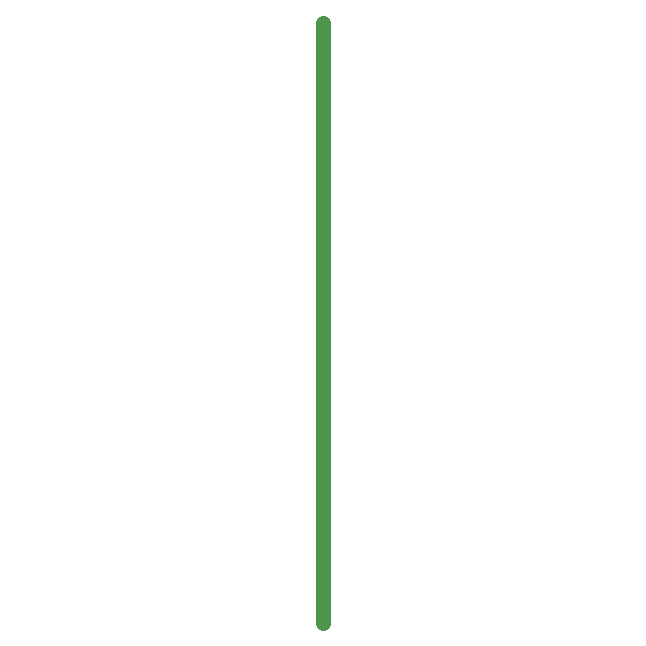
<source format=gbr>
From aa35045840b78d3f48212db45da59a2e5c69b223 Mon Sep 17 00:00:00 2001
From: saurabhb17
Date: Wed, 26 Feb 2020 15:57:49 +0530
Subject: Added main execs

---
 .../test-image-justify-with-offset.gbr                | 19 +++++++++++++++++++
 1 file changed, 19 insertions(+)
 create mode 100644 gerbview/gerber_test_files/test-image-justify-with-offset.gbr

(limited to 'gerbview/gerber_test_files/test-image-justify-with-offset.gbr')

diff --git a/gerbview/gerber_test_files/test-image-justify-with-offset.gbr b/gerbview/gerber_test_files/test-image-justify-with-offset.gbr
new file mode 100644
index 0000000..6e71d62
--- /dev/null
+++ b/gerbview/gerber_test_files/test-image-justify-with-offset.gbr
@@ -0,0 +1,19 @@
+G04 Test image justify 1*
+G04 Crosshairs should be justified to the X axis *
+G04   and 0.5 inches offset from Y axis *
+G04 Handcoded by Julian Lamb *
+%MOIN*%
+%FSLAX23Y23*%
+%IJB.5*%
+%ADD10C,0.050*%
+
+G04 Crosshairs *
+X-1000Y0D02*
+G54D10*
+X1000Y0D01*
+
+X0Y-1000D02*
+G54D10*
+X0Y1000D01*
+
+M02*
-- 
cgit 


</source>
